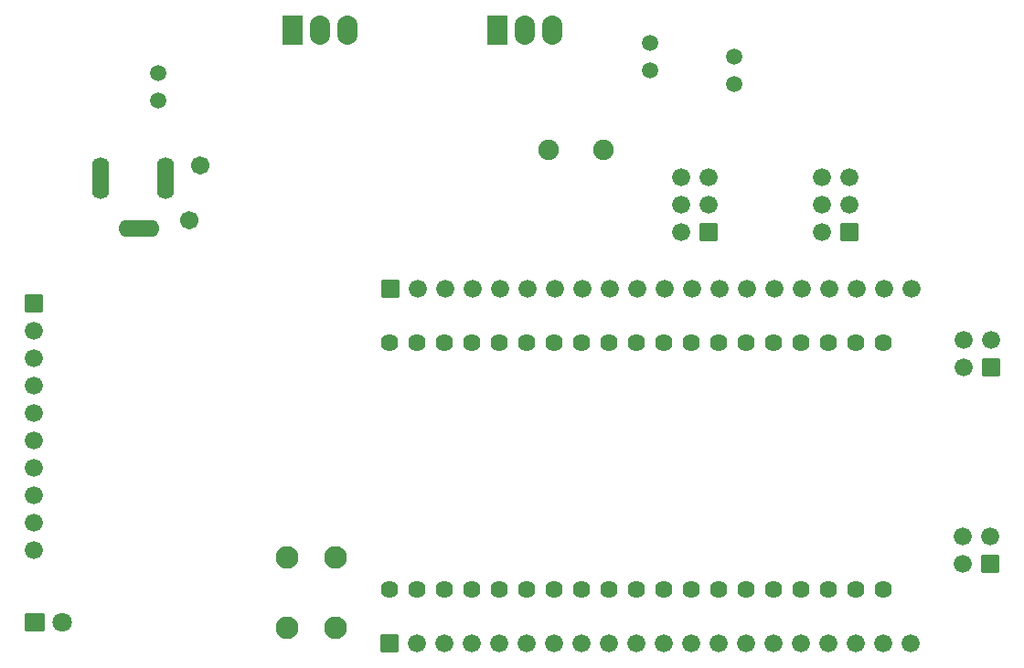
<source format=gbs>
G04 Layer: BottomSolderMaskLayer*
G04 EasyEDA v6.5.23, 2023-06-13 20:56:30*
G04 d7613748035a41f38142119238425102,0997c0c323a540828c61b468e30a80a1,10*
G04 Gerber Generator version 0.2*
G04 Scale: 100 percent, Rotated: No, Reflected: No *
G04 Dimensions in millimeters *
G04 leading zeros omitted , absolute positions ,4 integer and 5 decimal *
%FSLAX45Y45*%
%MOMM*%

%AMMACRO1*1,1,$1,$2,$3*1,1,$1,$4,$5*1,1,$1,0-$2,0-$3*1,1,$1,0-$4,0-$5*20,1,$1,$2,$3,$4,$5,0*20,1,$1,$4,$5,0-$2,0-$3,0*20,1,$1,0-$2,0-$3,0-$4,0-$5,0*20,1,$1,0-$4,0-$5,$2,$3,0*4,1,4,$2,$3,$4,$5,0-$2,0-$3,0-$4,0-$5,$2,$3,0*%
%ADD10C,1.6240*%
%ADD11O,3.8015926X1.6015970000000002*%
%ADD12O,1.6015970000000002X3.9015924*%
%ADD13C,1.7016*%
%ADD14C,1.9016*%
%ADD15MACRO1,0.1016X-0.85X0.7874X0.85X0.7874*%
%ADD16C,1.8016*%
%ADD17MACRO1,0.1016X-0.7874X-0.7874X-0.7874X0.7874*%
%ADD18C,1.6764*%
%ADD19MACRO1,0.1016X-0.7874X0.7874X0.7874X0.7874*%
%ADD20MACRO1,0.1016X0.7874X0.7874X0.7874X-0.7874*%
%ADD21C,1.5016*%
%ADD22C,2.1016*%
%ADD23O,1.9015964X2.7015948*%
%ADD24MACRO1,0.1016X-0.9X1.3X0.9X1.3*%

%LPD*%
D10*
G01*
X8015986Y-5532881D03*
G01*
X7761986Y-5532881D03*
G01*
X7507986Y-5532881D03*
G01*
X7253986Y-5532881D03*
G01*
X6999986Y-5532881D03*
G01*
X6745986Y-5532881D03*
G01*
X6491986Y-5532881D03*
G01*
X6237986Y-5532881D03*
G01*
X5983986Y-5532881D03*
G01*
X5729986Y-5532881D03*
G01*
X5475986Y-5532881D03*
G01*
X5221986Y-5532881D03*
G01*
X4967986Y-5532881D03*
G01*
X4713986Y-5532881D03*
G01*
X4459986Y-5532881D03*
G01*
X4205986Y-5532881D03*
G01*
X3951986Y-5532881D03*
G01*
X3697986Y-5532881D03*
G01*
X3443986Y-5532881D03*
G01*
X8015986Y-3246881D03*
G01*
X7761986Y-3246881D03*
G01*
X7507986Y-3246881D03*
G01*
X7253986Y-3246881D03*
G01*
X6999986Y-3246881D03*
G01*
X6745986Y-3246881D03*
G01*
X6491986Y-3246881D03*
G01*
X6237986Y-3246881D03*
G01*
X5983986Y-3246881D03*
G01*
X5729986Y-3246881D03*
G01*
X5475986Y-3246881D03*
G01*
X5221986Y-3246881D03*
G01*
X4967986Y-3246881D03*
G01*
X4713986Y-3246881D03*
G01*
X4459986Y-3246881D03*
G01*
X4205986Y-3246881D03*
G01*
X3951986Y-3246881D03*
G01*
X3697986Y-3246881D03*
G01*
X3443986Y-3246881D03*
D11*
G01*
X1123416Y-2192502D03*
D12*
G01*
X773404Y-1727428D03*
G01*
X1373352Y-1727428D03*
D13*
G01*
X1693367Y-1604949D03*
G01*
X1593367Y-2114981D03*
D14*
G01*
X4918354Y-1459966D03*
G01*
X5428386Y-1459966D03*
D15*
G01*
X163000Y-5839988D03*
D16*
G01*
X416991Y-5839993D03*
D17*
G01*
X9016982Y-3476993D03*
D18*
G01*
X8762974Y-3477005D03*
G01*
X9016974Y-3223005D03*
G01*
X8762974Y-3223005D03*
D17*
G01*
X9006982Y-5296989D03*
D18*
G01*
X8752992Y-5296992D03*
G01*
X9006992Y-5042992D03*
G01*
X8752992Y-5042992D03*
G01*
X6146012Y-1711985D03*
G01*
X6400012Y-1711985D03*
G01*
X6146012Y-1965985D03*
G01*
X6400012Y-1965985D03*
G01*
X6146012Y-2219985D03*
D17*
G01*
X6399987Y-2219995D03*
D18*
G01*
X7455992Y-1711985D03*
G01*
X7709992Y-1711985D03*
G01*
X7455992Y-1965985D03*
G01*
X7709992Y-1965985D03*
G01*
X7455992Y-2219985D03*
D17*
G01*
X7709984Y-2219995D03*
D18*
G01*
X8272983Y-6030010D03*
G01*
X8018983Y-6030010D03*
G01*
X7764983Y-6030010D03*
G01*
X7510983Y-6030010D03*
G01*
X7256983Y-6030010D03*
G01*
X7002983Y-6030010D03*
G01*
X6748983Y-6030010D03*
G01*
X6494983Y-6030010D03*
G01*
X6240983Y-6030010D03*
G01*
X5986983Y-6030010D03*
G01*
X5732983Y-6030010D03*
G01*
X5478983Y-6030010D03*
G01*
X5224983Y-6030010D03*
G01*
X4970983Y-6030010D03*
G01*
X4716983Y-6030010D03*
G01*
X4462983Y-6030010D03*
G01*
X4208983Y-6030010D03*
G01*
X3954983Y-6030010D03*
G01*
X3700983Y-6030010D03*
D19*
G01*
X3446988Y-6029987D03*
D18*
G01*
X8282990Y-2750007D03*
G01*
X8028990Y-2750007D03*
G01*
X7774990Y-2750007D03*
G01*
X7520990Y-2750007D03*
G01*
X7266990Y-2750007D03*
G01*
X7012990Y-2750007D03*
G01*
X6758990Y-2750007D03*
G01*
X6504990Y-2750007D03*
G01*
X6250990Y-2750007D03*
G01*
X5996990Y-2750007D03*
G01*
X5742990Y-2750007D03*
G01*
X5488990Y-2750007D03*
G01*
X5234990Y-2750007D03*
G01*
X4980990Y-2750007D03*
G01*
X4726990Y-2750007D03*
G01*
X4472990Y-2750007D03*
G01*
X4218990Y-2750007D03*
G01*
X3964990Y-2750007D03*
G01*
X3710990Y-2750007D03*
D19*
G01*
X3456988Y-2749994D03*
D18*
G01*
X150012Y-5167985D03*
G01*
X150012Y-4913985D03*
G01*
X150012Y-4659985D03*
G01*
X150012Y-4405985D03*
G01*
X150012Y-4151985D03*
G01*
X150012Y-3897985D03*
G01*
X150012Y-3643985D03*
G01*
X150012Y-3389985D03*
G01*
X150012Y-3135985D03*
D20*
G01*
X149999Y-2881993D03*
D21*
G01*
X1303375Y-752957D03*
G01*
X1303375Y-1006957D03*
G01*
X5862700Y-724915D03*
G01*
X5862700Y-470915D03*
G01*
X6639991Y-592988D03*
G01*
X6639991Y-846988D03*
D22*
G01*
X2494991Y-5234990D03*
G01*
X2494991Y-5884976D03*
G01*
X2944977Y-5884976D03*
G01*
X2944977Y-5234990D03*
D23*
G01*
X4703343Y-349478D03*
G01*
X4957368Y-350469D03*
D24*
G01*
X4449353Y-349465D03*
D23*
G01*
X2803347Y-349478D03*
G01*
X3057372Y-350469D03*
D24*
G01*
X2549357Y-349465D03*
M02*

</source>
